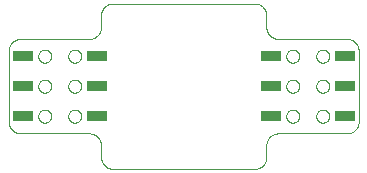
<source format=gbp>
G75*
%MOIN*%
%OFA0B0*%
%FSLAX25Y25*%
%IPPOS*%
%LPD*%
%AMOC8*
5,1,8,0,0,1.08239X$1,22.5*
%
%ADD10C,0.00000*%
%ADD11R,0.07087X0.03543*%
D10*
X0045791Y0032012D02*
X0045915Y0032010D01*
X0046038Y0032004D01*
X0046162Y0031995D01*
X0046284Y0031981D01*
X0046407Y0031964D01*
X0046529Y0031942D01*
X0046650Y0031917D01*
X0046770Y0031888D01*
X0046889Y0031856D01*
X0047008Y0031819D01*
X0047125Y0031779D01*
X0047240Y0031736D01*
X0047355Y0031688D01*
X0047467Y0031637D01*
X0047578Y0031583D01*
X0047688Y0031525D01*
X0047795Y0031464D01*
X0047901Y0031399D01*
X0048004Y0031331D01*
X0048105Y0031260D01*
X0048204Y0031186D01*
X0048301Y0031109D01*
X0048395Y0031028D01*
X0048486Y0030945D01*
X0048575Y0030859D01*
X0048661Y0030770D01*
X0048744Y0030679D01*
X0048825Y0030585D01*
X0048902Y0030488D01*
X0048976Y0030389D01*
X0049047Y0030288D01*
X0049115Y0030185D01*
X0049180Y0030079D01*
X0049241Y0029972D01*
X0049299Y0029862D01*
X0049353Y0029751D01*
X0049404Y0029639D01*
X0049452Y0029524D01*
X0049495Y0029409D01*
X0049535Y0029292D01*
X0049572Y0029173D01*
X0049604Y0029054D01*
X0049633Y0028934D01*
X0049658Y0028813D01*
X0049680Y0028691D01*
X0049697Y0028568D01*
X0049711Y0028446D01*
X0049720Y0028322D01*
X0049726Y0028199D01*
X0049728Y0028075D01*
X0049728Y0024138D01*
X0049730Y0024014D01*
X0049736Y0023891D01*
X0049745Y0023767D01*
X0049759Y0023645D01*
X0049776Y0023522D01*
X0049798Y0023400D01*
X0049823Y0023279D01*
X0049852Y0023159D01*
X0049884Y0023040D01*
X0049921Y0022921D01*
X0049961Y0022804D01*
X0050004Y0022689D01*
X0050052Y0022574D01*
X0050103Y0022462D01*
X0050157Y0022351D01*
X0050215Y0022241D01*
X0050276Y0022134D01*
X0050341Y0022028D01*
X0050409Y0021925D01*
X0050480Y0021824D01*
X0050554Y0021725D01*
X0050631Y0021628D01*
X0050712Y0021534D01*
X0050795Y0021443D01*
X0050881Y0021354D01*
X0050970Y0021268D01*
X0051061Y0021185D01*
X0051155Y0021104D01*
X0051252Y0021027D01*
X0051351Y0020953D01*
X0051452Y0020882D01*
X0051555Y0020814D01*
X0051661Y0020749D01*
X0051768Y0020688D01*
X0051878Y0020630D01*
X0051989Y0020576D01*
X0052101Y0020525D01*
X0052216Y0020477D01*
X0052331Y0020434D01*
X0052448Y0020394D01*
X0052567Y0020357D01*
X0052686Y0020325D01*
X0052806Y0020296D01*
X0052927Y0020271D01*
X0053049Y0020249D01*
X0053172Y0020232D01*
X0053294Y0020218D01*
X0053418Y0020209D01*
X0053541Y0020203D01*
X0053665Y0020201D01*
X0100909Y0020201D01*
X0101033Y0020203D01*
X0101156Y0020209D01*
X0101280Y0020218D01*
X0101402Y0020232D01*
X0101525Y0020249D01*
X0101647Y0020271D01*
X0101768Y0020296D01*
X0101888Y0020325D01*
X0102007Y0020357D01*
X0102126Y0020394D01*
X0102243Y0020434D01*
X0102358Y0020477D01*
X0102473Y0020525D01*
X0102585Y0020576D01*
X0102696Y0020630D01*
X0102806Y0020688D01*
X0102913Y0020749D01*
X0103019Y0020814D01*
X0103122Y0020882D01*
X0103223Y0020953D01*
X0103322Y0021027D01*
X0103419Y0021104D01*
X0103513Y0021185D01*
X0103604Y0021268D01*
X0103693Y0021354D01*
X0103779Y0021443D01*
X0103862Y0021534D01*
X0103943Y0021628D01*
X0104020Y0021725D01*
X0104094Y0021824D01*
X0104165Y0021925D01*
X0104233Y0022028D01*
X0104298Y0022134D01*
X0104359Y0022241D01*
X0104417Y0022351D01*
X0104471Y0022462D01*
X0104522Y0022574D01*
X0104570Y0022689D01*
X0104613Y0022804D01*
X0104653Y0022921D01*
X0104690Y0023040D01*
X0104722Y0023159D01*
X0104751Y0023279D01*
X0104776Y0023400D01*
X0104798Y0023522D01*
X0104815Y0023645D01*
X0104829Y0023767D01*
X0104838Y0023891D01*
X0104844Y0024014D01*
X0104846Y0024138D01*
X0104846Y0028075D01*
X0104848Y0028199D01*
X0104854Y0028322D01*
X0104863Y0028446D01*
X0104877Y0028568D01*
X0104894Y0028691D01*
X0104916Y0028813D01*
X0104941Y0028934D01*
X0104970Y0029054D01*
X0105002Y0029173D01*
X0105039Y0029292D01*
X0105079Y0029409D01*
X0105122Y0029524D01*
X0105170Y0029639D01*
X0105221Y0029751D01*
X0105275Y0029862D01*
X0105333Y0029972D01*
X0105394Y0030079D01*
X0105459Y0030185D01*
X0105527Y0030288D01*
X0105598Y0030389D01*
X0105672Y0030488D01*
X0105749Y0030585D01*
X0105830Y0030679D01*
X0105913Y0030770D01*
X0105999Y0030859D01*
X0106088Y0030945D01*
X0106179Y0031028D01*
X0106273Y0031109D01*
X0106370Y0031186D01*
X0106469Y0031260D01*
X0106570Y0031331D01*
X0106673Y0031399D01*
X0106779Y0031464D01*
X0106886Y0031525D01*
X0106996Y0031583D01*
X0107107Y0031637D01*
X0107219Y0031688D01*
X0107334Y0031736D01*
X0107449Y0031779D01*
X0107566Y0031819D01*
X0107685Y0031856D01*
X0107804Y0031888D01*
X0107924Y0031917D01*
X0108045Y0031942D01*
X0108167Y0031964D01*
X0108290Y0031981D01*
X0108412Y0031995D01*
X0108536Y0032004D01*
X0108659Y0032010D01*
X0108783Y0032012D01*
X0131674Y0032012D01*
X0131798Y0032014D01*
X0131921Y0032020D01*
X0132045Y0032029D01*
X0132167Y0032043D01*
X0132290Y0032060D01*
X0132412Y0032082D01*
X0132533Y0032107D01*
X0132653Y0032136D01*
X0132772Y0032168D01*
X0132891Y0032205D01*
X0133008Y0032245D01*
X0133123Y0032288D01*
X0133238Y0032336D01*
X0133350Y0032387D01*
X0133461Y0032441D01*
X0133571Y0032499D01*
X0133678Y0032560D01*
X0133784Y0032625D01*
X0133887Y0032693D01*
X0133988Y0032764D01*
X0134087Y0032838D01*
X0134184Y0032915D01*
X0134278Y0032996D01*
X0134369Y0033079D01*
X0134458Y0033165D01*
X0134544Y0033254D01*
X0134627Y0033345D01*
X0134708Y0033439D01*
X0134785Y0033536D01*
X0134859Y0033635D01*
X0134930Y0033736D01*
X0134998Y0033839D01*
X0135063Y0033945D01*
X0135124Y0034052D01*
X0135182Y0034162D01*
X0135236Y0034273D01*
X0135287Y0034385D01*
X0135335Y0034500D01*
X0135378Y0034615D01*
X0135418Y0034732D01*
X0135455Y0034851D01*
X0135487Y0034970D01*
X0135516Y0035090D01*
X0135541Y0035211D01*
X0135563Y0035333D01*
X0135580Y0035456D01*
X0135594Y0035578D01*
X0135603Y0035702D01*
X0135609Y0035825D01*
X0135611Y0035949D01*
X0135611Y0059571D01*
X0135609Y0059695D01*
X0135603Y0059818D01*
X0135594Y0059942D01*
X0135580Y0060064D01*
X0135563Y0060187D01*
X0135541Y0060309D01*
X0135516Y0060430D01*
X0135487Y0060550D01*
X0135455Y0060669D01*
X0135418Y0060788D01*
X0135378Y0060905D01*
X0135335Y0061020D01*
X0135287Y0061135D01*
X0135236Y0061247D01*
X0135182Y0061358D01*
X0135124Y0061468D01*
X0135063Y0061575D01*
X0134998Y0061681D01*
X0134930Y0061784D01*
X0134859Y0061885D01*
X0134785Y0061984D01*
X0134708Y0062081D01*
X0134627Y0062175D01*
X0134544Y0062266D01*
X0134458Y0062355D01*
X0134369Y0062441D01*
X0134278Y0062524D01*
X0134184Y0062605D01*
X0134087Y0062682D01*
X0133988Y0062756D01*
X0133887Y0062827D01*
X0133784Y0062895D01*
X0133678Y0062960D01*
X0133571Y0063021D01*
X0133461Y0063079D01*
X0133350Y0063133D01*
X0133238Y0063184D01*
X0133123Y0063232D01*
X0133008Y0063275D01*
X0132891Y0063315D01*
X0132772Y0063352D01*
X0132653Y0063384D01*
X0132533Y0063413D01*
X0132412Y0063438D01*
X0132290Y0063460D01*
X0132167Y0063477D01*
X0132045Y0063491D01*
X0131921Y0063500D01*
X0131798Y0063506D01*
X0131674Y0063508D01*
X0108783Y0063508D01*
X0108659Y0063510D01*
X0108536Y0063516D01*
X0108412Y0063525D01*
X0108290Y0063539D01*
X0108167Y0063556D01*
X0108045Y0063578D01*
X0107924Y0063603D01*
X0107804Y0063632D01*
X0107685Y0063664D01*
X0107566Y0063701D01*
X0107449Y0063741D01*
X0107334Y0063784D01*
X0107219Y0063832D01*
X0107107Y0063883D01*
X0106996Y0063937D01*
X0106886Y0063995D01*
X0106779Y0064056D01*
X0106673Y0064121D01*
X0106570Y0064189D01*
X0106469Y0064260D01*
X0106370Y0064334D01*
X0106273Y0064411D01*
X0106179Y0064492D01*
X0106088Y0064575D01*
X0105999Y0064661D01*
X0105913Y0064750D01*
X0105830Y0064841D01*
X0105749Y0064935D01*
X0105672Y0065032D01*
X0105598Y0065131D01*
X0105527Y0065232D01*
X0105459Y0065335D01*
X0105394Y0065441D01*
X0105333Y0065548D01*
X0105275Y0065658D01*
X0105221Y0065769D01*
X0105170Y0065881D01*
X0105122Y0065996D01*
X0105079Y0066111D01*
X0105039Y0066228D01*
X0105002Y0066347D01*
X0104970Y0066466D01*
X0104941Y0066586D01*
X0104916Y0066707D01*
X0104894Y0066829D01*
X0104877Y0066952D01*
X0104863Y0067074D01*
X0104854Y0067198D01*
X0104848Y0067321D01*
X0104846Y0067445D01*
X0104846Y0071382D01*
X0104844Y0071506D01*
X0104838Y0071629D01*
X0104829Y0071753D01*
X0104815Y0071875D01*
X0104798Y0071998D01*
X0104776Y0072120D01*
X0104751Y0072241D01*
X0104722Y0072361D01*
X0104690Y0072480D01*
X0104653Y0072599D01*
X0104613Y0072716D01*
X0104570Y0072831D01*
X0104522Y0072946D01*
X0104471Y0073058D01*
X0104417Y0073169D01*
X0104359Y0073279D01*
X0104298Y0073386D01*
X0104233Y0073492D01*
X0104165Y0073595D01*
X0104094Y0073696D01*
X0104020Y0073795D01*
X0103943Y0073892D01*
X0103862Y0073986D01*
X0103779Y0074077D01*
X0103693Y0074166D01*
X0103604Y0074252D01*
X0103513Y0074335D01*
X0103419Y0074416D01*
X0103322Y0074493D01*
X0103223Y0074567D01*
X0103122Y0074638D01*
X0103019Y0074706D01*
X0102913Y0074771D01*
X0102806Y0074832D01*
X0102696Y0074890D01*
X0102585Y0074944D01*
X0102473Y0074995D01*
X0102358Y0075043D01*
X0102243Y0075086D01*
X0102126Y0075126D01*
X0102007Y0075163D01*
X0101888Y0075195D01*
X0101768Y0075224D01*
X0101647Y0075249D01*
X0101525Y0075271D01*
X0101402Y0075288D01*
X0101280Y0075302D01*
X0101156Y0075311D01*
X0101033Y0075317D01*
X0100909Y0075319D01*
X0053665Y0075319D01*
X0053541Y0075317D01*
X0053418Y0075311D01*
X0053294Y0075302D01*
X0053172Y0075288D01*
X0053049Y0075271D01*
X0052927Y0075249D01*
X0052806Y0075224D01*
X0052686Y0075195D01*
X0052567Y0075163D01*
X0052448Y0075126D01*
X0052331Y0075086D01*
X0052216Y0075043D01*
X0052101Y0074995D01*
X0051989Y0074944D01*
X0051878Y0074890D01*
X0051768Y0074832D01*
X0051661Y0074771D01*
X0051555Y0074706D01*
X0051452Y0074638D01*
X0051351Y0074567D01*
X0051252Y0074493D01*
X0051155Y0074416D01*
X0051061Y0074335D01*
X0050970Y0074252D01*
X0050881Y0074166D01*
X0050795Y0074077D01*
X0050712Y0073986D01*
X0050631Y0073892D01*
X0050554Y0073795D01*
X0050480Y0073696D01*
X0050409Y0073595D01*
X0050341Y0073492D01*
X0050276Y0073386D01*
X0050215Y0073279D01*
X0050157Y0073169D01*
X0050103Y0073058D01*
X0050052Y0072946D01*
X0050004Y0072831D01*
X0049961Y0072716D01*
X0049921Y0072599D01*
X0049884Y0072480D01*
X0049852Y0072361D01*
X0049823Y0072241D01*
X0049798Y0072120D01*
X0049776Y0071998D01*
X0049759Y0071875D01*
X0049745Y0071753D01*
X0049736Y0071629D01*
X0049730Y0071506D01*
X0049728Y0071382D01*
X0049728Y0067445D01*
X0049726Y0067321D01*
X0049720Y0067198D01*
X0049711Y0067074D01*
X0049697Y0066952D01*
X0049680Y0066829D01*
X0049658Y0066707D01*
X0049633Y0066586D01*
X0049604Y0066466D01*
X0049572Y0066347D01*
X0049535Y0066228D01*
X0049495Y0066111D01*
X0049452Y0065996D01*
X0049404Y0065881D01*
X0049353Y0065769D01*
X0049299Y0065658D01*
X0049241Y0065548D01*
X0049180Y0065441D01*
X0049115Y0065335D01*
X0049047Y0065232D01*
X0048976Y0065131D01*
X0048902Y0065032D01*
X0048825Y0064935D01*
X0048744Y0064841D01*
X0048661Y0064750D01*
X0048575Y0064661D01*
X0048486Y0064575D01*
X0048395Y0064492D01*
X0048301Y0064411D01*
X0048204Y0064334D01*
X0048105Y0064260D01*
X0048004Y0064189D01*
X0047901Y0064121D01*
X0047795Y0064056D01*
X0047688Y0063995D01*
X0047578Y0063937D01*
X0047467Y0063883D01*
X0047355Y0063832D01*
X0047240Y0063784D01*
X0047125Y0063741D01*
X0047008Y0063701D01*
X0046889Y0063664D01*
X0046770Y0063632D01*
X0046650Y0063603D01*
X0046529Y0063578D01*
X0046407Y0063556D01*
X0046284Y0063539D01*
X0046162Y0063525D01*
X0046038Y0063516D01*
X0045915Y0063510D01*
X0045791Y0063508D01*
X0022901Y0063508D01*
X0022777Y0063506D01*
X0022654Y0063500D01*
X0022530Y0063491D01*
X0022408Y0063477D01*
X0022285Y0063460D01*
X0022163Y0063438D01*
X0022042Y0063413D01*
X0021922Y0063384D01*
X0021803Y0063352D01*
X0021684Y0063315D01*
X0021567Y0063275D01*
X0021452Y0063232D01*
X0021337Y0063184D01*
X0021225Y0063133D01*
X0021114Y0063079D01*
X0021004Y0063021D01*
X0020897Y0062960D01*
X0020791Y0062895D01*
X0020688Y0062827D01*
X0020587Y0062756D01*
X0020488Y0062682D01*
X0020391Y0062605D01*
X0020297Y0062524D01*
X0020206Y0062441D01*
X0020117Y0062355D01*
X0020031Y0062266D01*
X0019948Y0062175D01*
X0019867Y0062081D01*
X0019790Y0061984D01*
X0019716Y0061885D01*
X0019645Y0061784D01*
X0019577Y0061681D01*
X0019512Y0061575D01*
X0019451Y0061468D01*
X0019393Y0061358D01*
X0019339Y0061247D01*
X0019288Y0061135D01*
X0019240Y0061020D01*
X0019197Y0060905D01*
X0019157Y0060788D01*
X0019120Y0060669D01*
X0019088Y0060550D01*
X0019059Y0060430D01*
X0019034Y0060309D01*
X0019012Y0060187D01*
X0018995Y0060064D01*
X0018981Y0059942D01*
X0018972Y0059818D01*
X0018966Y0059695D01*
X0018964Y0059571D01*
X0018964Y0035949D01*
X0018966Y0035825D01*
X0018972Y0035702D01*
X0018981Y0035578D01*
X0018995Y0035456D01*
X0019012Y0035333D01*
X0019034Y0035211D01*
X0019059Y0035090D01*
X0019088Y0034970D01*
X0019120Y0034851D01*
X0019157Y0034732D01*
X0019197Y0034615D01*
X0019240Y0034500D01*
X0019288Y0034385D01*
X0019339Y0034273D01*
X0019393Y0034162D01*
X0019451Y0034052D01*
X0019512Y0033945D01*
X0019577Y0033839D01*
X0019645Y0033736D01*
X0019716Y0033635D01*
X0019790Y0033536D01*
X0019867Y0033439D01*
X0019948Y0033345D01*
X0020031Y0033254D01*
X0020117Y0033165D01*
X0020206Y0033079D01*
X0020297Y0032996D01*
X0020391Y0032915D01*
X0020488Y0032838D01*
X0020587Y0032764D01*
X0020688Y0032693D01*
X0020791Y0032625D01*
X0020897Y0032560D01*
X0021004Y0032499D01*
X0021114Y0032441D01*
X0021225Y0032387D01*
X0021337Y0032336D01*
X0021452Y0032288D01*
X0021567Y0032245D01*
X0021684Y0032205D01*
X0021803Y0032168D01*
X0021922Y0032136D01*
X0022042Y0032107D01*
X0022163Y0032082D01*
X0022285Y0032060D01*
X0022408Y0032043D01*
X0022530Y0032029D01*
X0022654Y0032020D01*
X0022777Y0032014D01*
X0022901Y0032012D01*
X0045791Y0032012D01*
X0038784Y0037760D02*
X0038786Y0037853D01*
X0038792Y0037945D01*
X0038802Y0038037D01*
X0038816Y0038128D01*
X0038833Y0038219D01*
X0038855Y0038309D01*
X0038880Y0038398D01*
X0038909Y0038486D01*
X0038942Y0038572D01*
X0038979Y0038657D01*
X0039019Y0038741D01*
X0039063Y0038822D01*
X0039110Y0038902D01*
X0039160Y0038980D01*
X0039214Y0039055D01*
X0039271Y0039128D01*
X0039331Y0039198D01*
X0039394Y0039266D01*
X0039460Y0039331D01*
X0039528Y0039393D01*
X0039599Y0039453D01*
X0039673Y0039509D01*
X0039749Y0039562D01*
X0039827Y0039611D01*
X0039907Y0039658D01*
X0039989Y0039700D01*
X0040073Y0039740D01*
X0040158Y0039775D01*
X0040245Y0039807D01*
X0040333Y0039836D01*
X0040422Y0039860D01*
X0040512Y0039881D01*
X0040603Y0039897D01*
X0040695Y0039910D01*
X0040787Y0039919D01*
X0040880Y0039924D01*
X0040972Y0039925D01*
X0041065Y0039922D01*
X0041157Y0039915D01*
X0041249Y0039904D01*
X0041340Y0039889D01*
X0041431Y0039871D01*
X0041521Y0039848D01*
X0041609Y0039822D01*
X0041697Y0039792D01*
X0041783Y0039758D01*
X0041867Y0039721D01*
X0041950Y0039679D01*
X0042031Y0039635D01*
X0042111Y0039587D01*
X0042188Y0039536D01*
X0042262Y0039481D01*
X0042335Y0039423D01*
X0042405Y0039363D01*
X0042472Y0039299D01*
X0042536Y0039233D01*
X0042598Y0039163D01*
X0042656Y0039092D01*
X0042711Y0039018D01*
X0042763Y0038941D01*
X0042812Y0038862D01*
X0042858Y0038782D01*
X0042900Y0038699D01*
X0042938Y0038615D01*
X0042973Y0038529D01*
X0043004Y0038442D01*
X0043031Y0038354D01*
X0043054Y0038264D01*
X0043074Y0038174D01*
X0043090Y0038083D01*
X0043102Y0037991D01*
X0043110Y0037899D01*
X0043114Y0037806D01*
X0043114Y0037714D01*
X0043110Y0037621D01*
X0043102Y0037529D01*
X0043090Y0037437D01*
X0043074Y0037346D01*
X0043054Y0037256D01*
X0043031Y0037166D01*
X0043004Y0037078D01*
X0042973Y0036991D01*
X0042938Y0036905D01*
X0042900Y0036821D01*
X0042858Y0036738D01*
X0042812Y0036658D01*
X0042763Y0036579D01*
X0042711Y0036502D01*
X0042656Y0036428D01*
X0042598Y0036357D01*
X0042536Y0036287D01*
X0042472Y0036221D01*
X0042405Y0036157D01*
X0042335Y0036097D01*
X0042262Y0036039D01*
X0042188Y0035984D01*
X0042111Y0035933D01*
X0042032Y0035885D01*
X0041950Y0035841D01*
X0041867Y0035799D01*
X0041783Y0035762D01*
X0041697Y0035728D01*
X0041609Y0035698D01*
X0041521Y0035672D01*
X0041431Y0035649D01*
X0041340Y0035631D01*
X0041249Y0035616D01*
X0041157Y0035605D01*
X0041065Y0035598D01*
X0040972Y0035595D01*
X0040880Y0035596D01*
X0040787Y0035601D01*
X0040695Y0035610D01*
X0040603Y0035623D01*
X0040512Y0035639D01*
X0040422Y0035660D01*
X0040333Y0035684D01*
X0040245Y0035713D01*
X0040158Y0035745D01*
X0040073Y0035780D01*
X0039989Y0035820D01*
X0039907Y0035862D01*
X0039827Y0035909D01*
X0039749Y0035958D01*
X0039673Y0036011D01*
X0039599Y0036067D01*
X0039528Y0036127D01*
X0039460Y0036189D01*
X0039394Y0036254D01*
X0039331Y0036322D01*
X0039271Y0036392D01*
X0039214Y0036465D01*
X0039160Y0036540D01*
X0039110Y0036618D01*
X0039063Y0036698D01*
X0039019Y0036779D01*
X0038979Y0036863D01*
X0038942Y0036948D01*
X0038909Y0037034D01*
X0038880Y0037122D01*
X0038855Y0037211D01*
X0038833Y0037301D01*
X0038816Y0037392D01*
X0038802Y0037483D01*
X0038792Y0037575D01*
X0038786Y0037667D01*
X0038784Y0037760D01*
X0028784Y0037760D02*
X0028786Y0037853D01*
X0028792Y0037945D01*
X0028802Y0038037D01*
X0028816Y0038128D01*
X0028833Y0038219D01*
X0028855Y0038309D01*
X0028880Y0038398D01*
X0028909Y0038486D01*
X0028942Y0038572D01*
X0028979Y0038657D01*
X0029019Y0038741D01*
X0029063Y0038822D01*
X0029110Y0038902D01*
X0029160Y0038980D01*
X0029214Y0039055D01*
X0029271Y0039128D01*
X0029331Y0039198D01*
X0029394Y0039266D01*
X0029460Y0039331D01*
X0029528Y0039393D01*
X0029599Y0039453D01*
X0029673Y0039509D01*
X0029749Y0039562D01*
X0029827Y0039611D01*
X0029907Y0039658D01*
X0029989Y0039700D01*
X0030073Y0039740D01*
X0030158Y0039775D01*
X0030245Y0039807D01*
X0030333Y0039836D01*
X0030422Y0039860D01*
X0030512Y0039881D01*
X0030603Y0039897D01*
X0030695Y0039910D01*
X0030787Y0039919D01*
X0030880Y0039924D01*
X0030972Y0039925D01*
X0031065Y0039922D01*
X0031157Y0039915D01*
X0031249Y0039904D01*
X0031340Y0039889D01*
X0031431Y0039871D01*
X0031521Y0039848D01*
X0031609Y0039822D01*
X0031697Y0039792D01*
X0031783Y0039758D01*
X0031867Y0039721D01*
X0031950Y0039679D01*
X0032031Y0039635D01*
X0032111Y0039587D01*
X0032188Y0039536D01*
X0032262Y0039481D01*
X0032335Y0039423D01*
X0032405Y0039363D01*
X0032472Y0039299D01*
X0032536Y0039233D01*
X0032598Y0039163D01*
X0032656Y0039092D01*
X0032711Y0039018D01*
X0032763Y0038941D01*
X0032812Y0038862D01*
X0032858Y0038782D01*
X0032900Y0038699D01*
X0032938Y0038615D01*
X0032973Y0038529D01*
X0033004Y0038442D01*
X0033031Y0038354D01*
X0033054Y0038264D01*
X0033074Y0038174D01*
X0033090Y0038083D01*
X0033102Y0037991D01*
X0033110Y0037899D01*
X0033114Y0037806D01*
X0033114Y0037714D01*
X0033110Y0037621D01*
X0033102Y0037529D01*
X0033090Y0037437D01*
X0033074Y0037346D01*
X0033054Y0037256D01*
X0033031Y0037166D01*
X0033004Y0037078D01*
X0032973Y0036991D01*
X0032938Y0036905D01*
X0032900Y0036821D01*
X0032858Y0036738D01*
X0032812Y0036658D01*
X0032763Y0036579D01*
X0032711Y0036502D01*
X0032656Y0036428D01*
X0032598Y0036357D01*
X0032536Y0036287D01*
X0032472Y0036221D01*
X0032405Y0036157D01*
X0032335Y0036097D01*
X0032262Y0036039D01*
X0032188Y0035984D01*
X0032111Y0035933D01*
X0032032Y0035885D01*
X0031950Y0035841D01*
X0031867Y0035799D01*
X0031783Y0035762D01*
X0031697Y0035728D01*
X0031609Y0035698D01*
X0031521Y0035672D01*
X0031431Y0035649D01*
X0031340Y0035631D01*
X0031249Y0035616D01*
X0031157Y0035605D01*
X0031065Y0035598D01*
X0030972Y0035595D01*
X0030880Y0035596D01*
X0030787Y0035601D01*
X0030695Y0035610D01*
X0030603Y0035623D01*
X0030512Y0035639D01*
X0030422Y0035660D01*
X0030333Y0035684D01*
X0030245Y0035713D01*
X0030158Y0035745D01*
X0030073Y0035780D01*
X0029989Y0035820D01*
X0029907Y0035862D01*
X0029827Y0035909D01*
X0029749Y0035958D01*
X0029673Y0036011D01*
X0029599Y0036067D01*
X0029528Y0036127D01*
X0029460Y0036189D01*
X0029394Y0036254D01*
X0029331Y0036322D01*
X0029271Y0036392D01*
X0029214Y0036465D01*
X0029160Y0036540D01*
X0029110Y0036618D01*
X0029063Y0036698D01*
X0029019Y0036779D01*
X0028979Y0036863D01*
X0028942Y0036948D01*
X0028909Y0037034D01*
X0028880Y0037122D01*
X0028855Y0037211D01*
X0028833Y0037301D01*
X0028816Y0037392D01*
X0028802Y0037483D01*
X0028792Y0037575D01*
X0028786Y0037667D01*
X0028784Y0037760D01*
X0028784Y0047760D02*
X0028786Y0047853D01*
X0028792Y0047945D01*
X0028802Y0048037D01*
X0028816Y0048128D01*
X0028833Y0048219D01*
X0028855Y0048309D01*
X0028880Y0048398D01*
X0028909Y0048486D01*
X0028942Y0048572D01*
X0028979Y0048657D01*
X0029019Y0048741D01*
X0029063Y0048822D01*
X0029110Y0048902D01*
X0029160Y0048980D01*
X0029214Y0049055D01*
X0029271Y0049128D01*
X0029331Y0049198D01*
X0029394Y0049266D01*
X0029460Y0049331D01*
X0029528Y0049393D01*
X0029599Y0049453D01*
X0029673Y0049509D01*
X0029749Y0049562D01*
X0029827Y0049611D01*
X0029907Y0049658D01*
X0029989Y0049700D01*
X0030073Y0049740D01*
X0030158Y0049775D01*
X0030245Y0049807D01*
X0030333Y0049836D01*
X0030422Y0049860D01*
X0030512Y0049881D01*
X0030603Y0049897D01*
X0030695Y0049910D01*
X0030787Y0049919D01*
X0030880Y0049924D01*
X0030972Y0049925D01*
X0031065Y0049922D01*
X0031157Y0049915D01*
X0031249Y0049904D01*
X0031340Y0049889D01*
X0031431Y0049871D01*
X0031521Y0049848D01*
X0031609Y0049822D01*
X0031697Y0049792D01*
X0031783Y0049758D01*
X0031867Y0049721D01*
X0031950Y0049679D01*
X0032031Y0049635D01*
X0032111Y0049587D01*
X0032188Y0049536D01*
X0032262Y0049481D01*
X0032335Y0049423D01*
X0032405Y0049363D01*
X0032472Y0049299D01*
X0032536Y0049233D01*
X0032598Y0049163D01*
X0032656Y0049092D01*
X0032711Y0049018D01*
X0032763Y0048941D01*
X0032812Y0048862D01*
X0032858Y0048782D01*
X0032900Y0048699D01*
X0032938Y0048615D01*
X0032973Y0048529D01*
X0033004Y0048442D01*
X0033031Y0048354D01*
X0033054Y0048264D01*
X0033074Y0048174D01*
X0033090Y0048083D01*
X0033102Y0047991D01*
X0033110Y0047899D01*
X0033114Y0047806D01*
X0033114Y0047714D01*
X0033110Y0047621D01*
X0033102Y0047529D01*
X0033090Y0047437D01*
X0033074Y0047346D01*
X0033054Y0047256D01*
X0033031Y0047166D01*
X0033004Y0047078D01*
X0032973Y0046991D01*
X0032938Y0046905D01*
X0032900Y0046821D01*
X0032858Y0046738D01*
X0032812Y0046658D01*
X0032763Y0046579D01*
X0032711Y0046502D01*
X0032656Y0046428D01*
X0032598Y0046357D01*
X0032536Y0046287D01*
X0032472Y0046221D01*
X0032405Y0046157D01*
X0032335Y0046097D01*
X0032262Y0046039D01*
X0032188Y0045984D01*
X0032111Y0045933D01*
X0032032Y0045885D01*
X0031950Y0045841D01*
X0031867Y0045799D01*
X0031783Y0045762D01*
X0031697Y0045728D01*
X0031609Y0045698D01*
X0031521Y0045672D01*
X0031431Y0045649D01*
X0031340Y0045631D01*
X0031249Y0045616D01*
X0031157Y0045605D01*
X0031065Y0045598D01*
X0030972Y0045595D01*
X0030880Y0045596D01*
X0030787Y0045601D01*
X0030695Y0045610D01*
X0030603Y0045623D01*
X0030512Y0045639D01*
X0030422Y0045660D01*
X0030333Y0045684D01*
X0030245Y0045713D01*
X0030158Y0045745D01*
X0030073Y0045780D01*
X0029989Y0045820D01*
X0029907Y0045862D01*
X0029827Y0045909D01*
X0029749Y0045958D01*
X0029673Y0046011D01*
X0029599Y0046067D01*
X0029528Y0046127D01*
X0029460Y0046189D01*
X0029394Y0046254D01*
X0029331Y0046322D01*
X0029271Y0046392D01*
X0029214Y0046465D01*
X0029160Y0046540D01*
X0029110Y0046618D01*
X0029063Y0046698D01*
X0029019Y0046779D01*
X0028979Y0046863D01*
X0028942Y0046948D01*
X0028909Y0047034D01*
X0028880Y0047122D01*
X0028855Y0047211D01*
X0028833Y0047301D01*
X0028816Y0047392D01*
X0028802Y0047483D01*
X0028792Y0047575D01*
X0028786Y0047667D01*
X0028784Y0047760D01*
X0038784Y0047760D02*
X0038786Y0047853D01*
X0038792Y0047945D01*
X0038802Y0048037D01*
X0038816Y0048128D01*
X0038833Y0048219D01*
X0038855Y0048309D01*
X0038880Y0048398D01*
X0038909Y0048486D01*
X0038942Y0048572D01*
X0038979Y0048657D01*
X0039019Y0048741D01*
X0039063Y0048822D01*
X0039110Y0048902D01*
X0039160Y0048980D01*
X0039214Y0049055D01*
X0039271Y0049128D01*
X0039331Y0049198D01*
X0039394Y0049266D01*
X0039460Y0049331D01*
X0039528Y0049393D01*
X0039599Y0049453D01*
X0039673Y0049509D01*
X0039749Y0049562D01*
X0039827Y0049611D01*
X0039907Y0049658D01*
X0039989Y0049700D01*
X0040073Y0049740D01*
X0040158Y0049775D01*
X0040245Y0049807D01*
X0040333Y0049836D01*
X0040422Y0049860D01*
X0040512Y0049881D01*
X0040603Y0049897D01*
X0040695Y0049910D01*
X0040787Y0049919D01*
X0040880Y0049924D01*
X0040972Y0049925D01*
X0041065Y0049922D01*
X0041157Y0049915D01*
X0041249Y0049904D01*
X0041340Y0049889D01*
X0041431Y0049871D01*
X0041521Y0049848D01*
X0041609Y0049822D01*
X0041697Y0049792D01*
X0041783Y0049758D01*
X0041867Y0049721D01*
X0041950Y0049679D01*
X0042031Y0049635D01*
X0042111Y0049587D01*
X0042188Y0049536D01*
X0042262Y0049481D01*
X0042335Y0049423D01*
X0042405Y0049363D01*
X0042472Y0049299D01*
X0042536Y0049233D01*
X0042598Y0049163D01*
X0042656Y0049092D01*
X0042711Y0049018D01*
X0042763Y0048941D01*
X0042812Y0048862D01*
X0042858Y0048782D01*
X0042900Y0048699D01*
X0042938Y0048615D01*
X0042973Y0048529D01*
X0043004Y0048442D01*
X0043031Y0048354D01*
X0043054Y0048264D01*
X0043074Y0048174D01*
X0043090Y0048083D01*
X0043102Y0047991D01*
X0043110Y0047899D01*
X0043114Y0047806D01*
X0043114Y0047714D01*
X0043110Y0047621D01*
X0043102Y0047529D01*
X0043090Y0047437D01*
X0043074Y0047346D01*
X0043054Y0047256D01*
X0043031Y0047166D01*
X0043004Y0047078D01*
X0042973Y0046991D01*
X0042938Y0046905D01*
X0042900Y0046821D01*
X0042858Y0046738D01*
X0042812Y0046658D01*
X0042763Y0046579D01*
X0042711Y0046502D01*
X0042656Y0046428D01*
X0042598Y0046357D01*
X0042536Y0046287D01*
X0042472Y0046221D01*
X0042405Y0046157D01*
X0042335Y0046097D01*
X0042262Y0046039D01*
X0042188Y0045984D01*
X0042111Y0045933D01*
X0042032Y0045885D01*
X0041950Y0045841D01*
X0041867Y0045799D01*
X0041783Y0045762D01*
X0041697Y0045728D01*
X0041609Y0045698D01*
X0041521Y0045672D01*
X0041431Y0045649D01*
X0041340Y0045631D01*
X0041249Y0045616D01*
X0041157Y0045605D01*
X0041065Y0045598D01*
X0040972Y0045595D01*
X0040880Y0045596D01*
X0040787Y0045601D01*
X0040695Y0045610D01*
X0040603Y0045623D01*
X0040512Y0045639D01*
X0040422Y0045660D01*
X0040333Y0045684D01*
X0040245Y0045713D01*
X0040158Y0045745D01*
X0040073Y0045780D01*
X0039989Y0045820D01*
X0039907Y0045862D01*
X0039827Y0045909D01*
X0039749Y0045958D01*
X0039673Y0046011D01*
X0039599Y0046067D01*
X0039528Y0046127D01*
X0039460Y0046189D01*
X0039394Y0046254D01*
X0039331Y0046322D01*
X0039271Y0046392D01*
X0039214Y0046465D01*
X0039160Y0046540D01*
X0039110Y0046618D01*
X0039063Y0046698D01*
X0039019Y0046779D01*
X0038979Y0046863D01*
X0038942Y0046948D01*
X0038909Y0047034D01*
X0038880Y0047122D01*
X0038855Y0047211D01*
X0038833Y0047301D01*
X0038816Y0047392D01*
X0038802Y0047483D01*
X0038792Y0047575D01*
X0038786Y0047667D01*
X0038784Y0047760D01*
X0038784Y0057760D02*
X0038786Y0057853D01*
X0038792Y0057945D01*
X0038802Y0058037D01*
X0038816Y0058128D01*
X0038833Y0058219D01*
X0038855Y0058309D01*
X0038880Y0058398D01*
X0038909Y0058486D01*
X0038942Y0058572D01*
X0038979Y0058657D01*
X0039019Y0058741D01*
X0039063Y0058822D01*
X0039110Y0058902D01*
X0039160Y0058980D01*
X0039214Y0059055D01*
X0039271Y0059128D01*
X0039331Y0059198D01*
X0039394Y0059266D01*
X0039460Y0059331D01*
X0039528Y0059393D01*
X0039599Y0059453D01*
X0039673Y0059509D01*
X0039749Y0059562D01*
X0039827Y0059611D01*
X0039907Y0059658D01*
X0039989Y0059700D01*
X0040073Y0059740D01*
X0040158Y0059775D01*
X0040245Y0059807D01*
X0040333Y0059836D01*
X0040422Y0059860D01*
X0040512Y0059881D01*
X0040603Y0059897D01*
X0040695Y0059910D01*
X0040787Y0059919D01*
X0040880Y0059924D01*
X0040972Y0059925D01*
X0041065Y0059922D01*
X0041157Y0059915D01*
X0041249Y0059904D01*
X0041340Y0059889D01*
X0041431Y0059871D01*
X0041521Y0059848D01*
X0041609Y0059822D01*
X0041697Y0059792D01*
X0041783Y0059758D01*
X0041867Y0059721D01*
X0041950Y0059679D01*
X0042031Y0059635D01*
X0042111Y0059587D01*
X0042188Y0059536D01*
X0042262Y0059481D01*
X0042335Y0059423D01*
X0042405Y0059363D01*
X0042472Y0059299D01*
X0042536Y0059233D01*
X0042598Y0059163D01*
X0042656Y0059092D01*
X0042711Y0059018D01*
X0042763Y0058941D01*
X0042812Y0058862D01*
X0042858Y0058782D01*
X0042900Y0058699D01*
X0042938Y0058615D01*
X0042973Y0058529D01*
X0043004Y0058442D01*
X0043031Y0058354D01*
X0043054Y0058264D01*
X0043074Y0058174D01*
X0043090Y0058083D01*
X0043102Y0057991D01*
X0043110Y0057899D01*
X0043114Y0057806D01*
X0043114Y0057714D01*
X0043110Y0057621D01*
X0043102Y0057529D01*
X0043090Y0057437D01*
X0043074Y0057346D01*
X0043054Y0057256D01*
X0043031Y0057166D01*
X0043004Y0057078D01*
X0042973Y0056991D01*
X0042938Y0056905D01*
X0042900Y0056821D01*
X0042858Y0056738D01*
X0042812Y0056658D01*
X0042763Y0056579D01*
X0042711Y0056502D01*
X0042656Y0056428D01*
X0042598Y0056357D01*
X0042536Y0056287D01*
X0042472Y0056221D01*
X0042405Y0056157D01*
X0042335Y0056097D01*
X0042262Y0056039D01*
X0042188Y0055984D01*
X0042111Y0055933D01*
X0042032Y0055885D01*
X0041950Y0055841D01*
X0041867Y0055799D01*
X0041783Y0055762D01*
X0041697Y0055728D01*
X0041609Y0055698D01*
X0041521Y0055672D01*
X0041431Y0055649D01*
X0041340Y0055631D01*
X0041249Y0055616D01*
X0041157Y0055605D01*
X0041065Y0055598D01*
X0040972Y0055595D01*
X0040880Y0055596D01*
X0040787Y0055601D01*
X0040695Y0055610D01*
X0040603Y0055623D01*
X0040512Y0055639D01*
X0040422Y0055660D01*
X0040333Y0055684D01*
X0040245Y0055713D01*
X0040158Y0055745D01*
X0040073Y0055780D01*
X0039989Y0055820D01*
X0039907Y0055862D01*
X0039827Y0055909D01*
X0039749Y0055958D01*
X0039673Y0056011D01*
X0039599Y0056067D01*
X0039528Y0056127D01*
X0039460Y0056189D01*
X0039394Y0056254D01*
X0039331Y0056322D01*
X0039271Y0056392D01*
X0039214Y0056465D01*
X0039160Y0056540D01*
X0039110Y0056618D01*
X0039063Y0056698D01*
X0039019Y0056779D01*
X0038979Y0056863D01*
X0038942Y0056948D01*
X0038909Y0057034D01*
X0038880Y0057122D01*
X0038855Y0057211D01*
X0038833Y0057301D01*
X0038816Y0057392D01*
X0038802Y0057483D01*
X0038792Y0057575D01*
X0038786Y0057667D01*
X0038784Y0057760D01*
X0028784Y0057760D02*
X0028786Y0057853D01*
X0028792Y0057945D01*
X0028802Y0058037D01*
X0028816Y0058128D01*
X0028833Y0058219D01*
X0028855Y0058309D01*
X0028880Y0058398D01*
X0028909Y0058486D01*
X0028942Y0058572D01*
X0028979Y0058657D01*
X0029019Y0058741D01*
X0029063Y0058822D01*
X0029110Y0058902D01*
X0029160Y0058980D01*
X0029214Y0059055D01*
X0029271Y0059128D01*
X0029331Y0059198D01*
X0029394Y0059266D01*
X0029460Y0059331D01*
X0029528Y0059393D01*
X0029599Y0059453D01*
X0029673Y0059509D01*
X0029749Y0059562D01*
X0029827Y0059611D01*
X0029907Y0059658D01*
X0029989Y0059700D01*
X0030073Y0059740D01*
X0030158Y0059775D01*
X0030245Y0059807D01*
X0030333Y0059836D01*
X0030422Y0059860D01*
X0030512Y0059881D01*
X0030603Y0059897D01*
X0030695Y0059910D01*
X0030787Y0059919D01*
X0030880Y0059924D01*
X0030972Y0059925D01*
X0031065Y0059922D01*
X0031157Y0059915D01*
X0031249Y0059904D01*
X0031340Y0059889D01*
X0031431Y0059871D01*
X0031521Y0059848D01*
X0031609Y0059822D01*
X0031697Y0059792D01*
X0031783Y0059758D01*
X0031867Y0059721D01*
X0031950Y0059679D01*
X0032031Y0059635D01*
X0032111Y0059587D01*
X0032188Y0059536D01*
X0032262Y0059481D01*
X0032335Y0059423D01*
X0032405Y0059363D01*
X0032472Y0059299D01*
X0032536Y0059233D01*
X0032598Y0059163D01*
X0032656Y0059092D01*
X0032711Y0059018D01*
X0032763Y0058941D01*
X0032812Y0058862D01*
X0032858Y0058782D01*
X0032900Y0058699D01*
X0032938Y0058615D01*
X0032973Y0058529D01*
X0033004Y0058442D01*
X0033031Y0058354D01*
X0033054Y0058264D01*
X0033074Y0058174D01*
X0033090Y0058083D01*
X0033102Y0057991D01*
X0033110Y0057899D01*
X0033114Y0057806D01*
X0033114Y0057714D01*
X0033110Y0057621D01*
X0033102Y0057529D01*
X0033090Y0057437D01*
X0033074Y0057346D01*
X0033054Y0057256D01*
X0033031Y0057166D01*
X0033004Y0057078D01*
X0032973Y0056991D01*
X0032938Y0056905D01*
X0032900Y0056821D01*
X0032858Y0056738D01*
X0032812Y0056658D01*
X0032763Y0056579D01*
X0032711Y0056502D01*
X0032656Y0056428D01*
X0032598Y0056357D01*
X0032536Y0056287D01*
X0032472Y0056221D01*
X0032405Y0056157D01*
X0032335Y0056097D01*
X0032262Y0056039D01*
X0032188Y0055984D01*
X0032111Y0055933D01*
X0032032Y0055885D01*
X0031950Y0055841D01*
X0031867Y0055799D01*
X0031783Y0055762D01*
X0031697Y0055728D01*
X0031609Y0055698D01*
X0031521Y0055672D01*
X0031431Y0055649D01*
X0031340Y0055631D01*
X0031249Y0055616D01*
X0031157Y0055605D01*
X0031065Y0055598D01*
X0030972Y0055595D01*
X0030880Y0055596D01*
X0030787Y0055601D01*
X0030695Y0055610D01*
X0030603Y0055623D01*
X0030512Y0055639D01*
X0030422Y0055660D01*
X0030333Y0055684D01*
X0030245Y0055713D01*
X0030158Y0055745D01*
X0030073Y0055780D01*
X0029989Y0055820D01*
X0029907Y0055862D01*
X0029827Y0055909D01*
X0029749Y0055958D01*
X0029673Y0056011D01*
X0029599Y0056067D01*
X0029528Y0056127D01*
X0029460Y0056189D01*
X0029394Y0056254D01*
X0029331Y0056322D01*
X0029271Y0056392D01*
X0029214Y0056465D01*
X0029160Y0056540D01*
X0029110Y0056618D01*
X0029063Y0056698D01*
X0029019Y0056779D01*
X0028979Y0056863D01*
X0028942Y0056948D01*
X0028909Y0057034D01*
X0028880Y0057122D01*
X0028855Y0057211D01*
X0028833Y0057301D01*
X0028816Y0057392D01*
X0028802Y0057483D01*
X0028792Y0057575D01*
X0028786Y0057667D01*
X0028784Y0057760D01*
X0111461Y0057760D02*
X0111463Y0057853D01*
X0111469Y0057945D01*
X0111479Y0058037D01*
X0111493Y0058128D01*
X0111510Y0058219D01*
X0111532Y0058309D01*
X0111557Y0058398D01*
X0111586Y0058486D01*
X0111619Y0058572D01*
X0111656Y0058657D01*
X0111696Y0058741D01*
X0111740Y0058822D01*
X0111787Y0058902D01*
X0111837Y0058980D01*
X0111891Y0059055D01*
X0111948Y0059128D01*
X0112008Y0059198D01*
X0112071Y0059266D01*
X0112137Y0059331D01*
X0112205Y0059393D01*
X0112276Y0059453D01*
X0112350Y0059509D01*
X0112426Y0059562D01*
X0112504Y0059611D01*
X0112584Y0059658D01*
X0112666Y0059700D01*
X0112750Y0059740D01*
X0112835Y0059775D01*
X0112922Y0059807D01*
X0113010Y0059836D01*
X0113099Y0059860D01*
X0113189Y0059881D01*
X0113280Y0059897D01*
X0113372Y0059910D01*
X0113464Y0059919D01*
X0113557Y0059924D01*
X0113649Y0059925D01*
X0113742Y0059922D01*
X0113834Y0059915D01*
X0113926Y0059904D01*
X0114017Y0059889D01*
X0114108Y0059871D01*
X0114198Y0059848D01*
X0114286Y0059822D01*
X0114374Y0059792D01*
X0114460Y0059758D01*
X0114544Y0059721D01*
X0114627Y0059679D01*
X0114708Y0059635D01*
X0114788Y0059587D01*
X0114865Y0059536D01*
X0114939Y0059481D01*
X0115012Y0059423D01*
X0115082Y0059363D01*
X0115149Y0059299D01*
X0115213Y0059233D01*
X0115275Y0059163D01*
X0115333Y0059092D01*
X0115388Y0059018D01*
X0115440Y0058941D01*
X0115489Y0058862D01*
X0115535Y0058782D01*
X0115577Y0058699D01*
X0115615Y0058615D01*
X0115650Y0058529D01*
X0115681Y0058442D01*
X0115708Y0058354D01*
X0115731Y0058264D01*
X0115751Y0058174D01*
X0115767Y0058083D01*
X0115779Y0057991D01*
X0115787Y0057899D01*
X0115791Y0057806D01*
X0115791Y0057714D01*
X0115787Y0057621D01*
X0115779Y0057529D01*
X0115767Y0057437D01*
X0115751Y0057346D01*
X0115731Y0057256D01*
X0115708Y0057166D01*
X0115681Y0057078D01*
X0115650Y0056991D01*
X0115615Y0056905D01*
X0115577Y0056821D01*
X0115535Y0056738D01*
X0115489Y0056658D01*
X0115440Y0056579D01*
X0115388Y0056502D01*
X0115333Y0056428D01*
X0115275Y0056357D01*
X0115213Y0056287D01*
X0115149Y0056221D01*
X0115082Y0056157D01*
X0115012Y0056097D01*
X0114939Y0056039D01*
X0114865Y0055984D01*
X0114788Y0055933D01*
X0114709Y0055885D01*
X0114627Y0055841D01*
X0114544Y0055799D01*
X0114460Y0055762D01*
X0114374Y0055728D01*
X0114286Y0055698D01*
X0114198Y0055672D01*
X0114108Y0055649D01*
X0114017Y0055631D01*
X0113926Y0055616D01*
X0113834Y0055605D01*
X0113742Y0055598D01*
X0113649Y0055595D01*
X0113557Y0055596D01*
X0113464Y0055601D01*
X0113372Y0055610D01*
X0113280Y0055623D01*
X0113189Y0055639D01*
X0113099Y0055660D01*
X0113010Y0055684D01*
X0112922Y0055713D01*
X0112835Y0055745D01*
X0112750Y0055780D01*
X0112666Y0055820D01*
X0112584Y0055862D01*
X0112504Y0055909D01*
X0112426Y0055958D01*
X0112350Y0056011D01*
X0112276Y0056067D01*
X0112205Y0056127D01*
X0112137Y0056189D01*
X0112071Y0056254D01*
X0112008Y0056322D01*
X0111948Y0056392D01*
X0111891Y0056465D01*
X0111837Y0056540D01*
X0111787Y0056618D01*
X0111740Y0056698D01*
X0111696Y0056779D01*
X0111656Y0056863D01*
X0111619Y0056948D01*
X0111586Y0057034D01*
X0111557Y0057122D01*
X0111532Y0057211D01*
X0111510Y0057301D01*
X0111493Y0057392D01*
X0111479Y0057483D01*
X0111469Y0057575D01*
X0111463Y0057667D01*
X0111461Y0057760D01*
X0121461Y0057760D02*
X0121463Y0057853D01*
X0121469Y0057945D01*
X0121479Y0058037D01*
X0121493Y0058128D01*
X0121510Y0058219D01*
X0121532Y0058309D01*
X0121557Y0058398D01*
X0121586Y0058486D01*
X0121619Y0058572D01*
X0121656Y0058657D01*
X0121696Y0058741D01*
X0121740Y0058822D01*
X0121787Y0058902D01*
X0121837Y0058980D01*
X0121891Y0059055D01*
X0121948Y0059128D01*
X0122008Y0059198D01*
X0122071Y0059266D01*
X0122137Y0059331D01*
X0122205Y0059393D01*
X0122276Y0059453D01*
X0122350Y0059509D01*
X0122426Y0059562D01*
X0122504Y0059611D01*
X0122584Y0059658D01*
X0122666Y0059700D01*
X0122750Y0059740D01*
X0122835Y0059775D01*
X0122922Y0059807D01*
X0123010Y0059836D01*
X0123099Y0059860D01*
X0123189Y0059881D01*
X0123280Y0059897D01*
X0123372Y0059910D01*
X0123464Y0059919D01*
X0123557Y0059924D01*
X0123649Y0059925D01*
X0123742Y0059922D01*
X0123834Y0059915D01*
X0123926Y0059904D01*
X0124017Y0059889D01*
X0124108Y0059871D01*
X0124198Y0059848D01*
X0124286Y0059822D01*
X0124374Y0059792D01*
X0124460Y0059758D01*
X0124544Y0059721D01*
X0124627Y0059679D01*
X0124708Y0059635D01*
X0124788Y0059587D01*
X0124865Y0059536D01*
X0124939Y0059481D01*
X0125012Y0059423D01*
X0125082Y0059363D01*
X0125149Y0059299D01*
X0125213Y0059233D01*
X0125275Y0059163D01*
X0125333Y0059092D01*
X0125388Y0059018D01*
X0125440Y0058941D01*
X0125489Y0058862D01*
X0125535Y0058782D01*
X0125577Y0058699D01*
X0125615Y0058615D01*
X0125650Y0058529D01*
X0125681Y0058442D01*
X0125708Y0058354D01*
X0125731Y0058264D01*
X0125751Y0058174D01*
X0125767Y0058083D01*
X0125779Y0057991D01*
X0125787Y0057899D01*
X0125791Y0057806D01*
X0125791Y0057714D01*
X0125787Y0057621D01*
X0125779Y0057529D01*
X0125767Y0057437D01*
X0125751Y0057346D01*
X0125731Y0057256D01*
X0125708Y0057166D01*
X0125681Y0057078D01*
X0125650Y0056991D01*
X0125615Y0056905D01*
X0125577Y0056821D01*
X0125535Y0056738D01*
X0125489Y0056658D01*
X0125440Y0056579D01*
X0125388Y0056502D01*
X0125333Y0056428D01*
X0125275Y0056357D01*
X0125213Y0056287D01*
X0125149Y0056221D01*
X0125082Y0056157D01*
X0125012Y0056097D01*
X0124939Y0056039D01*
X0124865Y0055984D01*
X0124788Y0055933D01*
X0124709Y0055885D01*
X0124627Y0055841D01*
X0124544Y0055799D01*
X0124460Y0055762D01*
X0124374Y0055728D01*
X0124286Y0055698D01*
X0124198Y0055672D01*
X0124108Y0055649D01*
X0124017Y0055631D01*
X0123926Y0055616D01*
X0123834Y0055605D01*
X0123742Y0055598D01*
X0123649Y0055595D01*
X0123557Y0055596D01*
X0123464Y0055601D01*
X0123372Y0055610D01*
X0123280Y0055623D01*
X0123189Y0055639D01*
X0123099Y0055660D01*
X0123010Y0055684D01*
X0122922Y0055713D01*
X0122835Y0055745D01*
X0122750Y0055780D01*
X0122666Y0055820D01*
X0122584Y0055862D01*
X0122504Y0055909D01*
X0122426Y0055958D01*
X0122350Y0056011D01*
X0122276Y0056067D01*
X0122205Y0056127D01*
X0122137Y0056189D01*
X0122071Y0056254D01*
X0122008Y0056322D01*
X0121948Y0056392D01*
X0121891Y0056465D01*
X0121837Y0056540D01*
X0121787Y0056618D01*
X0121740Y0056698D01*
X0121696Y0056779D01*
X0121656Y0056863D01*
X0121619Y0056948D01*
X0121586Y0057034D01*
X0121557Y0057122D01*
X0121532Y0057211D01*
X0121510Y0057301D01*
X0121493Y0057392D01*
X0121479Y0057483D01*
X0121469Y0057575D01*
X0121463Y0057667D01*
X0121461Y0057760D01*
X0121461Y0047760D02*
X0121463Y0047853D01*
X0121469Y0047945D01*
X0121479Y0048037D01*
X0121493Y0048128D01*
X0121510Y0048219D01*
X0121532Y0048309D01*
X0121557Y0048398D01*
X0121586Y0048486D01*
X0121619Y0048572D01*
X0121656Y0048657D01*
X0121696Y0048741D01*
X0121740Y0048822D01*
X0121787Y0048902D01*
X0121837Y0048980D01*
X0121891Y0049055D01*
X0121948Y0049128D01*
X0122008Y0049198D01*
X0122071Y0049266D01*
X0122137Y0049331D01*
X0122205Y0049393D01*
X0122276Y0049453D01*
X0122350Y0049509D01*
X0122426Y0049562D01*
X0122504Y0049611D01*
X0122584Y0049658D01*
X0122666Y0049700D01*
X0122750Y0049740D01*
X0122835Y0049775D01*
X0122922Y0049807D01*
X0123010Y0049836D01*
X0123099Y0049860D01*
X0123189Y0049881D01*
X0123280Y0049897D01*
X0123372Y0049910D01*
X0123464Y0049919D01*
X0123557Y0049924D01*
X0123649Y0049925D01*
X0123742Y0049922D01*
X0123834Y0049915D01*
X0123926Y0049904D01*
X0124017Y0049889D01*
X0124108Y0049871D01*
X0124198Y0049848D01*
X0124286Y0049822D01*
X0124374Y0049792D01*
X0124460Y0049758D01*
X0124544Y0049721D01*
X0124627Y0049679D01*
X0124708Y0049635D01*
X0124788Y0049587D01*
X0124865Y0049536D01*
X0124939Y0049481D01*
X0125012Y0049423D01*
X0125082Y0049363D01*
X0125149Y0049299D01*
X0125213Y0049233D01*
X0125275Y0049163D01*
X0125333Y0049092D01*
X0125388Y0049018D01*
X0125440Y0048941D01*
X0125489Y0048862D01*
X0125535Y0048782D01*
X0125577Y0048699D01*
X0125615Y0048615D01*
X0125650Y0048529D01*
X0125681Y0048442D01*
X0125708Y0048354D01*
X0125731Y0048264D01*
X0125751Y0048174D01*
X0125767Y0048083D01*
X0125779Y0047991D01*
X0125787Y0047899D01*
X0125791Y0047806D01*
X0125791Y0047714D01*
X0125787Y0047621D01*
X0125779Y0047529D01*
X0125767Y0047437D01*
X0125751Y0047346D01*
X0125731Y0047256D01*
X0125708Y0047166D01*
X0125681Y0047078D01*
X0125650Y0046991D01*
X0125615Y0046905D01*
X0125577Y0046821D01*
X0125535Y0046738D01*
X0125489Y0046658D01*
X0125440Y0046579D01*
X0125388Y0046502D01*
X0125333Y0046428D01*
X0125275Y0046357D01*
X0125213Y0046287D01*
X0125149Y0046221D01*
X0125082Y0046157D01*
X0125012Y0046097D01*
X0124939Y0046039D01*
X0124865Y0045984D01*
X0124788Y0045933D01*
X0124709Y0045885D01*
X0124627Y0045841D01*
X0124544Y0045799D01*
X0124460Y0045762D01*
X0124374Y0045728D01*
X0124286Y0045698D01*
X0124198Y0045672D01*
X0124108Y0045649D01*
X0124017Y0045631D01*
X0123926Y0045616D01*
X0123834Y0045605D01*
X0123742Y0045598D01*
X0123649Y0045595D01*
X0123557Y0045596D01*
X0123464Y0045601D01*
X0123372Y0045610D01*
X0123280Y0045623D01*
X0123189Y0045639D01*
X0123099Y0045660D01*
X0123010Y0045684D01*
X0122922Y0045713D01*
X0122835Y0045745D01*
X0122750Y0045780D01*
X0122666Y0045820D01*
X0122584Y0045862D01*
X0122504Y0045909D01*
X0122426Y0045958D01*
X0122350Y0046011D01*
X0122276Y0046067D01*
X0122205Y0046127D01*
X0122137Y0046189D01*
X0122071Y0046254D01*
X0122008Y0046322D01*
X0121948Y0046392D01*
X0121891Y0046465D01*
X0121837Y0046540D01*
X0121787Y0046618D01*
X0121740Y0046698D01*
X0121696Y0046779D01*
X0121656Y0046863D01*
X0121619Y0046948D01*
X0121586Y0047034D01*
X0121557Y0047122D01*
X0121532Y0047211D01*
X0121510Y0047301D01*
X0121493Y0047392D01*
X0121479Y0047483D01*
X0121469Y0047575D01*
X0121463Y0047667D01*
X0121461Y0047760D01*
X0111461Y0047760D02*
X0111463Y0047853D01*
X0111469Y0047945D01*
X0111479Y0048037D01*
X0111493Y0048128D01*
X0111510Y0048219D01*
X0111532Y0048309D01*
X0111557Y0048398D01*
X0111586Y0048486D01*
X0111619Y0048572D01*
X0111656Y0048657D01*
X0111696Y0048741D01*
X0111740Y0048822D01*
X0111787Y0048902D01*
X0111837Y0048980D01*
X0111891Y0049055D01*
X0111948Y0049128D01*
X0112008Y0049198D01*
X0112071Y0049266D01*
X0112137Y0049331D01*
X0112205Y0049393D01*
X0112276Y0049453D01*
X0112350Y0049509D01*
X0112426Y0049562D01*
X0112504Y0049611D01*
X0112584Y0049658D01*
X0112666Y0049700D01*
X0112750Y0049740D01*
X0112835Y0049775D01*
X0112922Y0049807D01*
X0113010Y0049836D01*
X0113099Y0049860D01*
X0113189Y0049881D01*
X0113280Y0049897D01*
X0113372Y0049910D01*
X0113464Y0049919D01*
X0113557Y0049924D01*
X0113649Y0049925D01*
X0113742Y0049922D01*
X0113834Y0049915D01*
X0113926Y0049904D01*
X0114017Y0049889D01*
X0114108Y0049871D01*
X0114198Y0049848D01*
X0114286Y0049822D01*
X0114374Y0049792D01*
X0114460Y0049758D01*
X0114544Y0049721D01*
X0114627Y0049679D01*
X0114708Y0049635D01*
X0114788Y0049587D01*
X0114865Y0049536D01*
X0114939Y0049481D01*
X0115012Y0049423D01*
X0115082Y0049363D01*
X0115149Y0049299D01*
X0115213Y0049233D01*
X0115275Y0049163D01*
X0115333Y0049092D01*
X0115388Y0049018D01*
X0115440Y0048941D01*
X0115489Y0048862D01*
X0115535Y0048782D01*
X0115577Y0048699D01*
X0115615Y0048615D01*
X0115650Y0048529D01*
X0115681Y0048442D01*
X0115708Y0048354D01*
X0115731Y0048264D01*
X0115751Y0048174D01*
X0115767Y0048083D01*
X0115779Y0047991D01*
X0115787Y0047899D01*
X0115791Y0047806D01*
X0115791Y0047714D01*
X0115787Y0047621D01*
X0115779Y0047529D01*
X0115767Y0047437D01*
X0115751Y0047346D01*
X0115731Y0047256D01*
X0115708Y0047166D01*
X0115681Y0047078D01*
X0115650Y0046991D01*
X0115615Y0046905D01*
X0115577Y0046821D01*
X0115535Y0046738D01*
X0115489Y0046658D01*
X0115440Y0046579D01*
X0115388Y0046502D01*
X0115333Y0046428D01*
X0115275Y0046357D01*
X0115213Y0046287D01*
X0115149Y0046221D01*
X0115082Y0046157D01*
X0115012Y0046097D01*
X0114939Y0046039D01*
X0114865Y0045984D01*
X0114788Y0045933D01*
X0114709Y0045885D01*
X0114627Y0045841D01*
X0114544Y0045799D01*
X0114460Y0045762D01*
X0114374Y0045728D01*
X0114286Y0045698D01*
X0114198Y0045672D01*
X0114108Y0045649D01*
X0114017Y0045631D01*
X0113926Y0045616D01*
X0113834Y0045605D01*
X0113742Y0045598D01*
X0113649Y0045595D01*
X0113557Y0045596D01*
X0113464Y0045601D01*
X0113372Y0045610D01*
X0113280Y0045623D01*
X0113189Y0045639D01*
X0113099Y0045660D01*
X0113010Y0045684D01*
X0112922Y0045713D01*
X0112835Y0045745D01*
X0112750Y0045780D01*
X0112666Y0045820D01*
X0112584Y0045862D01*
X0112504Y0045909D01*
X0112426Y0045958D01*
X0112350Y0046011D01*
X0112276Y0046067D01*
X0112205Y0046127D01*
X0112137Y0046189D01*
X0112071Y0046254D01*
X0112008Y0046322D01*
X0111948Y0046392D01*
X0111891Y0046465D01*
X0111837Y0046540D01*
X0111787Y0046618D01*
X0111740Y0046698D01*
X0111696Y0046779D01*
X0111656Y0046863D01*
X0111619Y0046948D01*
X0111586Y0047034D01*
X0111557Y0047122D01*
X0111532Y0047211D01*
X0111510Y0047301D01*
X0111493Y0047392D01*
X0111479Y0047483D01*
X0111469Y0047575D01*
X0111463Y0047667D01*
X0111461Y0047760D01*
X0111461Y0037760D02*
X0111463Y0037853D01*
X0111469Y0037945D01*
X0111479Y0038037D01*
X0111493Y0038128D01*
X0111510Y0038219D01*
X0111532Y0038309D01*
X0111557Y0038398D01*
X0111586Y0038486D01*
X0111619Y0038572D01*
X0111656Y0038657D01*
X0111696Y0038741D01*
X0111740Y0038822D01*
X0111787Y0038902D01*
X0111837Y0038980D01*
X0111891Y0039055D01*
X0111948Y0039128D01*
X0112008Y0039198D01*
X0112071Y0039266D01*
X0112137Y0039331D01*
X0112205Y0039393D01*
X0112276Y0039453D01*
X0112350Y0039509D01*
X0112426Y0039562D01*
X0112504Y0039611D01*
X0112584Y0039658D01*
X0112666Y0039700D01*
X0112750Y0039740D01*
X0112835Y0039775D01*
X0112922Y0039807D01*
X0113010Y0039836D01*
X0113099Y0039860D01*
X0113189Y0039881D01*
X0113280Y0039897D01*
X0113372Y0039910D01*
X0113464Y0039919D01*
X0113557Y0039924D01*
X0113649Y0039925D01*
X0113742Y0039922D01*
X0113834Y0039915D01*
X0113926Y0039904D01*
X0114017Y0039889D01*
X0114108Y0039871D01*
X0114198Y0039848D01*
X0114286Y0039822D01*
X0114374Y0039792D01*
X0114460Y0039758D01*
X0114544Y0039721D01*
X0114627Y0039679D01*
X0114708Y0039635D01*
X0114788Y0039587D01*
X0114865Y0039536D01*
X0114939Y0039481D01*
X0115012Y0039423D01*
X0115082Y0039363D01*
X0115149Y0039299D01*
X0115213Y0039233D01*
X0115275Y0039163D01*
X0115333Y0039092D01*
X0115388Y0039018D01*
X0115440Y0038941D01*
X0115489Y0038862D01*
X0115535Y0038782D01*
X0115577Y0038699D01*
X0115615Y0038615D01*
X0115650Y0038529D01*
X0115681Y0038442D01*
X0115708Y0038354D01*
X0115731Y0038264D01*
X0115751Y0038174D01*
X0115767Y0038083D01*
X0115779Y0037991D01*
X0115787Y0037899D01*
X0115791Y0037806D01*
X0115791Y0037714D01*
X0115787Y0037621D01*
X0115779Y0037529D01*
X0115767Y0037437D01*
X0115751Y0037346D01*
X0115731Y0037256D01*
X0115708Y0037166D01*
X0115681Y0037078D01*
X0115650Y0036991D01*
X0115615Y0036905D01*
X0115577Y0036821D01*
X0115535Y0036738D01*
X0115489Y0036658D01*
X0115440Y0036579D01*
X0115388Y0036502D01*
X0115333Y0036428D01*
X0115275Y0036357D01*
X0115213Y0036287D01*
X0115149Y0036221D01*
X0115082Y0036157D01*
X0115012Y0036097D01*
X0114939Y0036039D01*
X0114865Y0035984D01*
X0114788Y0035933D01*
X0114709Y0035885D01*
X0114627Y0035841D01*
X0114544Y0035799D01*
X0114460Y0035762D01*
X0114374Y0035728D01*
X0114286Y0035698D01*
X0114198Y0035672D01*
X0114108Y0035649D01*
X0114017Y0035631D01*
X0113926Y0035616D01*
X0113834Y0035605D01*
X0113742Y0035598D01*
X0113649Y0035595D01*
X0113557Y0035596D01*
X0113464Y0035601D01*
X0113372Y0035610D01*
X0113280Y0035623D01*
X0113189Y0035639D01*
X0113099Y0035660D01*
X0113010Y0035684D01*
X0112922Y0035713D01*
X0112835Y0035745D01*
X0112750Y0035780D01*
X0112666Y0035820D01*
X0112584Y0035862D01*
X0112504Y0035909D01*
X0112426Y0035958D01*
X0112350Y0036011D01*
X0112276Y0036067D01*
X0112205Y0036127D01*
X0112137Y0036189D01*
X0112071Y0036254D01*
X0112008Y0036322D01*
X0111948Y0036392D01*
X0111891Y0036465D01*
X0111837Y0036540D01*
X0111787Y0036618D01*
X0111740Y0036698D01*
X0111696Y0036779D01*
X0111656Y0036863D01*
X0111619Y0036948D01*
X0111586Y0037034D01*
X0111557Y0037122D01*
X0111532Y0037211D01*
X0111510Y0037301D01*
X0111493Y0037392D01*
X0111479Y0037483D01*
X0111469Y0037575D01*
X0111463Y0037667D01*
X0111461Y0037760D01*
X0121461Y0037760D02*
X0121463Y0037853D01*
X0121469Y0037945D01*
X0121479Y0038037D01*
X0121493Y0038128D01*
X0121510Y0038219D01*
X0121532Y0038309D01*
X0121557Y0038398D01*
X0121586Y0038486D01*
X0121619Y0038572D01*
X0121656Y0038657D01*
X0121696Y0038741D01*
X0121740Y0038822D01*
X0121787Y0038902D01*
X0121837Y0038980D01*
X0121891Y0039055D01*
X0121948Y0039128D01*
X0122008Y0039198D01*
X0122071Y0039266D01*
X0122137Y0039331D01*
X0122205Y0039393D01*
X0122276Y0039453D01*
X0122350Y0039509D01*
X0122426Y0039562D01*
X0122504Y0039611D01*
X0122584Y0039658D01*
X0122666Y0039700D01*
X0122750Y0039740D01*
X0122835Y0039775D01*
X0122922Y0039807D01*
X0123010Y0039836D01*
X0123099Y0039860D01*
X0123189Y0039881D01*
X0123280Y0039897D01*
X0123372Y0039910D01*
X0123464Y0039919D01*
X0123557Y0039924D01*
X0123649Y0039925D01*
X0123742Y0039922D01*
X0123834Y0039915D01*
X0123926Y0039904D01*
X0124017Y0039889D01*
X0124108Y0039871D01*
X0124198Y0039848D01*
X0124286Y0039822D01*
X0124374Y0039792D01*
X0124460Y0039758D01*
X0124544Y0039721D01*
X0124627Y0039679D01*
X0124708Y0039635D01*
X0124788Y0039587D01*
X0124865Y0039536D01*
X0124939Y0039481D01*
X0125012Y0039423D01*
X0125082Y0039363D01*
X0125149Y0039299D01*
X0125213Y0039233D01*
X0125275Y0039163D01*
X0125333Y0039092D01*
X0125388Y0039018D01*
X0125440Y0038941D01*
X0125489Y0038862D01*
X0125535Y0038782D01*
X0125577Y0038699D01*
X0125615Y0038615D01*
X0125650Y0038529D01*
X0125681Y0038442D01*
X0125708Y0038354D01*
X0125731Y0038264D01*
X0125751Y0038174D01*
X0125767Y0038083D01*
X0125779Y0037991D01*
X0125787Y0037899D01*
X0125791Y0037806D01*
X0125791Y0037714D01*
X0125787Y0037621D01*
X0125779Y0037529D01*
X0125767Y0037437D01*
X0125751Y0037346D01*
X0125731Y0037256D01*
X0125708Y0037166D01*
X0125681Y0037078D01*
X0125650Y0036991D01*
X0125615Y0036905D01*
X0125577Y0036821D01*
X0125535Y0036738D01*
X0125489Y0036658D01*
X0125440Y0036579D01*
X0125388Y0036502D01*
X0125333Y0036428D01*
X0125275Y0036357D01*
X0125213Y0036287D01*
X0125149Y0036221D01*
X0125082Y0036157D01*
X0125012Y0036097D01*
X0124939Y0036039D01*
X0124865Y0035984D01*
X0124788Y0035933D01*
X0124709Y0035885D01*
X0124627Y0035841D01*
X0124544Y0035799D01*
X0124460Y0035762D01*
X0124374Y0035728D01*
X0124286Y0035698D01*
X0124198Y0035672D01*
X0124108Y0035649D01*
X0124017Y0035631D01*
X0123926Y0035616D01*
X0123834Y0035605D01*
X0123742Y0035598D01*
X0123649Y0035595D01*
X0123557Y0035596D01*
X0123464Y0035601D01*
X0123372Y0035610D01*
X0123280Y0035623D01*
X0123189Y0035639D01*
X0123099Y0035660D01*
X0123010Y0035684D01*
X0122922Y0035713D01*
X0122835Y0035745D01*
X0122750Y0035780D01*
X0122666Y0035820D01*
X0122584Y0035862D01*
X0122504Y0035909D01*
X0122426Y0035958D01*
X0122350Y0036011D01*
X0122276Y0036067D01*
X0122205Y0036127D01*
X0122137Y0036189D01*
X0122071Y0036254D01*
X0122008Y0036322D01*
X0121948Y0036392D01*
X0121891Y0036465D01*
X0121837Y0036540D01*
X0121787Y0036618D01*
X0121740Y0036698D01*
X0121696Y0036779D01*
X0121656Y0036863D01*
X0121619Y0036948D01*
X0121586Y0037034D01*
X0121557Y0037122D01*
X0121532Y0037211D01*
X0121510Y0037301D01*
X0121493Y0037392D01*
X0121479Y0037483D01*
X0121469Y0037575D01*
X0121463Y0037667D01*
X0121461Y0037760D01*
D11*
X0131067Y0037799D03*
X0131067Y0047799D03*
X0131106Y0057760D03*
X0106224Y0057760D03*
X0106264Y0047799D03*
X0106264Y0037799D03*
X0048390Y0037799D03*
X0048390Y0047799D03*
X0048429Y0057760D03*
X0023547Y0057760D03*
X0023587Y0047799D03*
X0023587Y0037799D03*
M02*

</source>
